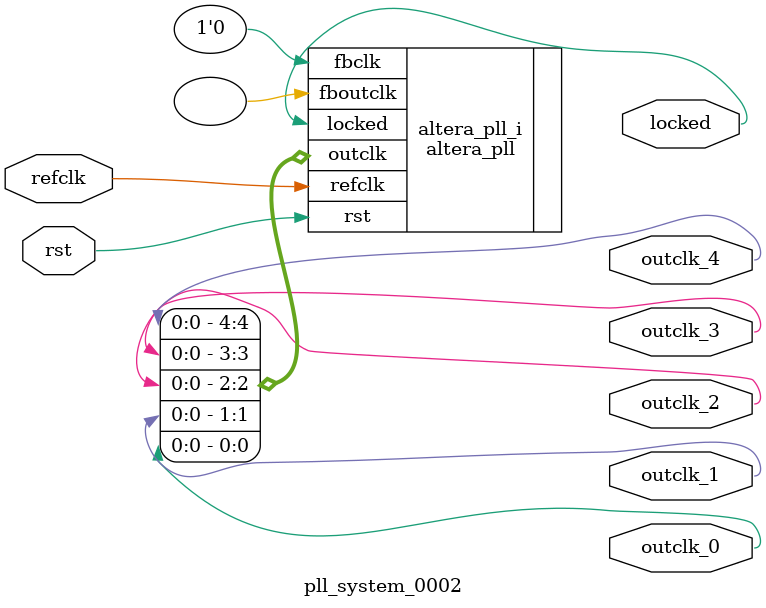
<source format=v>
`timescale 1ns/10ps
module  pll_system_0002(

	// interface 'refclk'
	input wire refclk,

	// interface 'reset'
	input wire rst,

	// interface 'outclk0'
	output wire outclk_0,

	// interface 'outclk1'
	output wire outclk_1,

	// interface 'outclk2'
	output wire outclk_2,

	// interface 'outclk3'
	output wire outclk_3,

	// interface 'outclk4'
	output wire outclk_4,

	// interface 'locked'
	output wire locked
);

	altera_pll #(
		.fractional_vco_multiplier("false"),
		.reference_clock_frequency("50.0 MHz"),
		.operation_mode("normal"),
		.number_of_clocks(5),
		.output_clock_frequency0("100.000000 MHz"),
		.phase_shift0("0 ps"),
		.duty_cycle0(50),
		.output_clock_frequency1("25.000000 MHz"),
		.phase_shift1("0 ps"),
		.duty_cycle1(50),
		.output_clock_frequency2("25.000000 MHz"),
		.phase_shift2("10000 ps"),
		.duty_cycle2(50),
		.output_clock_frequency3("2.500000 MHz"),
		.phase_shift3("0 ps"),
		.duty_cycle3(50),
		.output_clock_frequency4("2.500000 MHz"),
		.phase_shift4("100000 ps"),
		.duty_cycle4(50),
		.output_clock_frequency5("0 MHz"),
		.phase_shift5("0 ps"),
		.duty_cycle5(50),
		.output_clock_frequency6("0 MHz"),
		.phase_shift6("0 ps"),
		.duty_cycle6(50),
		.output_clock_frequency7("0 MHz"),
		.phase_shift7("0 ps"),
		.duty_cycle7(50),
		.output_clock_frequency8("0 MHz"),
		.phase_shift8("0 ps"),
		.duty_cycle8(50),
		.output_clock_frequency9("0 MHz"),
		.phase_shift9("0 ps"),
		.duty_cycle9(50),
		.output_clock_frequency10("0 MHz"),
		.phase_shift10("0 ps"),
		.duty_cycle10(50),
		.output_clock_frequency11("0 MHz"),
		.phase_shift11("0 ps"),
		.duty_cycle11(50),
		.output_clock_frequency12("0 MHz"),
		.phase_shift12("0 ps"),
		.duty_cycle12(50),
		.output_clock_frequency13("0 MHz"),
		.phase_shift13("0 ps"),
		.duty_cycle13(50),
		.output_clock_frequency14("0 MHz"),
		.phase_shift14("0 ps"),
		.duty_cycle14(50),
		.output_clock_frequency15("0 MHz"),
		.phase_shift15("0 ps"),
		.duty_cycle15(50),
		.output_clock_frequency16("0 MHz"),
		.phase_shift16("0 ps"),
		.duty_cycle16(50),
		.output_clock_frequency17("0 MHz"),
		.phase_shift17("0 ps"),
		.duty_cycle17(50),
		.pll_type("General"),
		.pll_subtype("General")
	) altera_pll_i (
		.rst	(rst),
		.outclk	({outclk_4, outclk_3, outclk_2, outclk_1, outclk_0}),
		.locked	(locked),
		.fboutclk	( ),
		.fbclk	(1'b0),
		.refclk	(refclk)
	);
endmodule


</source>
